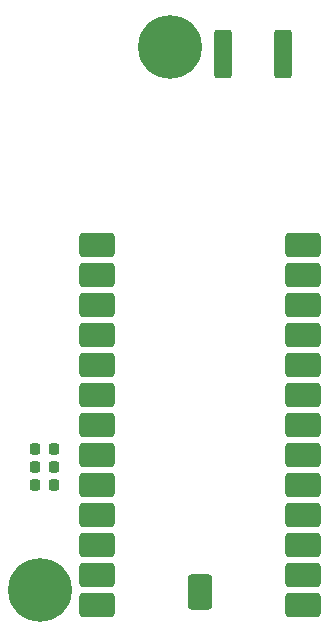
<source format=gbr>
%TF.GenerationSoftware,KiCad,Pcbnew,8.0.5*%
%TF.CreationDate,2024-10-25T02:08:45-07:00*%
%TF.ProjectId,ChungRF,4368756e-6752-4462-9e6b-696361645f70,R3*%
%TF.SameCoordinates,Original*%
%TF.FileFunction,Soldermask,Bot*%
%TF.FilePolarity,Negative*%
%FSLAX46Y46*%
G04 Gerber Fmt 4.6, Leading zero omitted, Abs format (unit mm)*
G04 Created by KiCad (PCBNEW 8.0.5) date 2024-10-25 02:08:45*
%MOMM*%
%LPD*%
G01*
G04 APERTURE LIST*
G04 Aperture macros list*
%AMRoundRect*
0 Rectangle with rounded corners*
0 $1 Rounding radius*
0 $2 $3 $4 $5 $6 $7 $8 $9 X,Y pos of 4 corners*
0 Add a 4 corners polygon primitive as box body*
4,1,4,$2,$3,$4,$5,$6,$7,$8,$9,$2,$3,0*
0 Add four circle primitives for the rounded corners*
1,1,$1+$1,$2,$3*
1,1,$1+$1,$4,$5*
1,1,$1+$1,$6,$7*
1,1,$1+$1,$8,$9*
0 Add four rect primitives between the rounded corners*
20,1,$1+$1,$2,$3,$4,$5,0*
20,1,$1+$1,$4,$5,$6,$7,0*
20,1,$1+$1,$6,$7,$8,$9,0*
20,1,$1+$1,$8,$9,$2,$3,0*%
G04 Aperture macros list end*
%ADD10C,0.800000*%
%ADD11C,5.400000*%
%ADD12RoundRect,0.228000X-0.532000X-1.802000X0.532000X-1.802000X0.532000X1.802000X-0.532000X1.802000X0*%
%ADD13RoundRect,0.225000X-0.225000X-0.250000X0.225000X-0.250000X0.225000X0.250000X-0.225000X0.250000X0*%
%ADD14RoundRect,0.250000X1.250000X-0.750000X1.250000X0.750000X-1.250000X0.750000X-1.250000X-0.750000X0*%
%ADD15RoundRect,0.250000X-0.750000X-1.250000X0.750000X-1.250000X0.750000X1.250000X-0.750000X1.250000X0*%
G04 APERTURE END LIST*
D10*
%TO.C,H1*%
X163524082Y-64650000D03*
X164117191Y-63218109D03*
X164117191Y-66081891D03*
X165549082Y-62625000D03*
D11*
X165549082Y-64650000D03*
D10*
X165549082Y-66675000D03*
X166980973Y-63218109D03*
X166980973Y-66081891D03*
X167574082Y-64650000D03*
%TD*%
%TO.C,H2*%
X152516891Y-110598109D03*
X153110000Y-109166218D03*
X153110000Y-112030000D03*
X154541891Y-108573109D03*
D11*
X154541891Y-110598109D03*
D10*
X154541891Y-112623109D03*
X155973782Y-109166218D03*
X155973782Y-112030000D03*
X156566891Y-110598109D03*
%TD*%
D12*
%TO.C,J2*%
X170024984Y-65250000D03*
X175104984Y-65250000D03*
%TD*%
D13*
%TO.C,C3*%
X154175000Y-98691410D03*
X155725000Y-98691410D03*
%TD*%
%TO.C,C2*%
X154175000Y-100181410D03*
X155725000Y-100181410D03*
%TD*%
%TO.C,C1*%
X154175000Y-101691410D03*
X155725000Y-101691410D03*
%TD*%
D14*
%TO.C,U1*%
X159350000Y-111890000D03*
X159350000Y-109350000D03*
X159350000Y-106810000D03*
X159350000Y-104270000D03*
X159350000Y-101730000D03*
X159350000Y-99190000D03*
X159350000Y-96650000D03*
X159350000Y-94110000D03*
X159350000Y-91570000D03*
X159350000Y-89030000D03*
X159350000Y-86490000D03*
X159350000Y-83950000D03*
X159350000Y-81410000D03*
X176850000Y-81410000D03*
X176850000Y-83950000D03*
X176850000Y-86490000D03*
X176850000Y-89030000D03*
X176850000Y-91570000D03*
X176850000Y-94110000D03*
X176850000Y-96650000D03*
X176850000Y-99190000D03*
X176850000Y-101730000D03*
X176850000Y-104270000D03*
X176850000Y-106810000D03*
X176850000Y-109350000D03*
X176850000Y-111890000D03*
D15*
X168100000Y-110790000D03*
%TD*%
M02*

</source>
